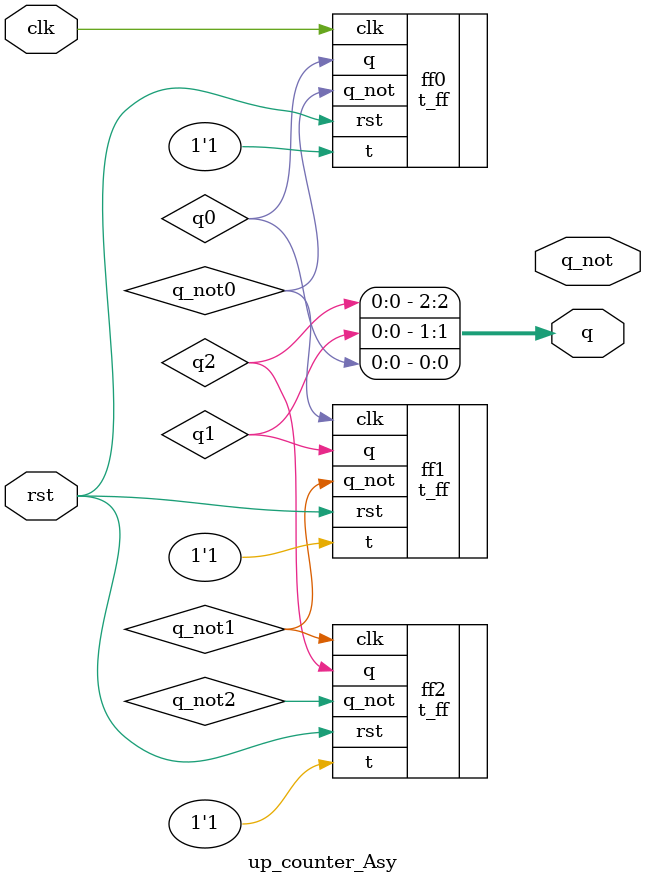
<source format=sv>
`timescale 1ns / 1ps
module up_counter_Asy(
   input clk,
   input rst,
   output [2:0]q,
   output [2:0]q_not
    );
    wire q_not0,q_not1,q_not2;
    t_ff ff0(.t(1'b1), .clk(clk), .rst(rst), .q(q0), .q_not(q_not0));
    t_ff ff1(.t(1'b1), .clk(q_not0), .rst(rst), .q(q1),.q_not(q_not1));
    t_ff ff2(.t(1'b1), .clk(q_not1), .rst(rst), .q(q2),.q_not(q_not2));
    
    assign q={q2,q1,q0};
endmodule

</source>
